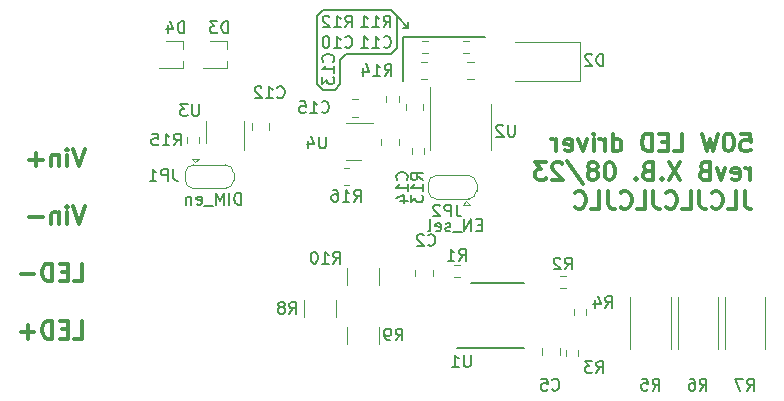
<source format=gbr>
%TF.GenerationSoftware,KiCad,Pcbnew,7.0.1-3b83917a11~172~ubuntu22.10.1*%
%TF.CreationDate,2023-09-25T18:41:39+02:00*%
%TF.ProjectId,led_boost_MIC3230,6c65645f-626f-46f7-9374-5f4d49433332,rev?*%
%TF.SameCoordinates,Original*%
%TF.FileFunction,Legend,Bot*%
%TF.FilePolarity,Positive*%
%FSLAX46Y46*%
G04 Gerber Fmt 4.6, Leading zero omitted, Abs format (unit mm)*
G04 Created by KiCad (PCBNEW 7.0.1-3b83917a11~172~ubuntu22.10.1) date 2023-09-25 18:41:39*
%MOMM*%
%LPD*%
G01*
G04 APERTURE LIST*
%ADD10C,0.150000*%
%ADD11C,0.300000*%
%ADD12C,0.350000*%
%ADD13C,0.120000*%
G04 APERTURE END LIST*
D10*
X80250000Y-55000000D02*
X79750000Y-55000000D01*
X80250000Y-55000000D02*
X80250000Y-54500000D01*
X78750000Y-53500000D02*
X79250000Y-54000000D01*
X78750000Y-57250000D02*
X75000000Y-57250000D01*
X74500000Y-59500000D02*
X74500000Y-59750000D01*
X79250000Y-54000000D02*
X79250000Y-56750000D01*
X74000000Y-60250000D02*
X73000000Y-60250000D01*
X74500000Y-59750000D02*
X74000000Y-60250000D01*
X74500000Y-57750000D02*
X74500000Y-59500000D01*
X73000000Y-53500000D02*
X78750000Y-53500000D01*
X72500000Y-54000000D02*
X73000000Y-53500000D01*
X79750000Y-55750000D02*
X79750000Y-59500000D01*
X72500000Y-59750000D02*
X72500000Y-54000000D01*
X75000000Y-57250000D02*
X74500000Y-57750000D01*
X86750000Y-55750000D02*
X79750000Y-55750000D01*
X79250000Y-56750000D02*
X78750000Y-57250000D01*
X73000000Y-60250000D02*
X72500000Y-59750000D01*
X79250000Y-54000000D02*
X80250000Y-55000000D01*
D11*
X108428571Y-63956428D02*
X109142857Y-63956428D01*
X109142857Y-63956428D02*
X109214285Y-64670714D01*
X109214285Y-64670714D02*
X109142857Y-64599285D01*
X109142857Y-64599285D02*
X109000000Y-64527857D01*
X109000000Y-64527857D02*
X108642857Y-64527857D01*
X108642857Y-64527857D02*
X108500000Y-64599285D01*
X108500000Y-64599285D02*
X108428571Y-64670714D01*
X108428571Y-64670714D02*
X108357142Y-64813571D01*
X108357142Y-64813571D02*
X108357142Y-65170714D01*
X108357142Y-65170714D02*
X108428571Y-65313571D01*
X108428571Y-65313571D02*
X108500000Y-65385000D01*
X108500000Y-65385000D02*
X108642857Y-65456428D01*
X108642857Y-65456428D02*
X109000000Y-65456428D01*
X109000000Y-65456428D02*
X109142857Y-65385000D01*
X109142857Y-65385000D02*
X109214285Y-65313571D01*
X107428571Y-63956428D02*
X107285714Y-63956428D01*
X107285714Y-63956428D02*
X107142857Y-64027857D01*
X107142857Y-64027857D02*
X107071429Y-64099285D01*
X107071429Y-64099285D02*
X107000000Y-64242142D01*
X107000000Y-64242142D02*
X106928571Y-64527857D01*
X106928571Y-64527857D02*
X106928571Y-64885000D01*
X106928571Y-64885000D02*
X107000000Y-65170714D01*
X107000000Y-65170714D02*
X107071429Y-65313571D01*
X107071429Y-65313571D02*
X107142857Y-65385000D01*
X107142857Y-65385000D02*
X107285714Y-65456428D01*
X107285714Y-65456428D02*
X107428571Y-65456428D01*
X107428571Y-65456428D02*
X107571429Y-65385000D01*
X107571429Y-65385000D02*
X107642857Y-65313571D01*
X107642857Y-65313571D02*
X107714286Y-65170714D01*
X107714286Y-65170714D02*
X107785714Y-64885000D01*
X107785714Y-64885000D02*
X107785714Y-64527857D01*
X107785714Y-64527857D02*
X107714286Y-64242142D01*
X107714286Y-64242142D02*
X107642857Y-64099285D01*
X107642857Y-64099285D02*
X107571429Y-64027857D01*
X107571429Y-64027857D02*
X107428571Y-63956428D01*
X106428572Y-63956428D02*
X106071429Y-65456428D01*
X106071429Y-65456428D02*
X105785715Y-64385000D01*
X105785715Y-64385000D02*
X105500000Y-65456428D01*
X105500000Y-65456428D02*
X105142858Y-63956428D01*
X102714286Y-65456428D02*
X103428572Y-65456428D01*
X103428572Y-65456428D02*
X103428572Y-63956428D01*
X102214286Y-64670714D02*
X101714286Y-64670714D01*
X101500000Y-65456428D02*
X102214286Y-65456428D01*
X102214286Y-65456428D02*
X102214286Y-63956428D01*
X102214286Y-63956428D02*
X101500000Y-63956428D01*
X100857143Y-65456428D02*
X100857143Y-63956428D01*
X100857143Y-63956428D02*
X100500000Y-63956428D01*
X100500000Y-63956428D02*
X100285714Y-64027857D01*
X100285714Y-64027857D02*
X100142857Y-64170714D01*
X100142857Y-64170714D02*
X100071428Y-64313571D01*
X100071428Y-64313571D02*
X100000000Y-64599285D01*
X100000000Y-64599285D02*
X100000000Y-64813571D01*
X100000000Y-64813571D02*
X100071428Y-65099285D01*
X100071428Y-65099285D02*
X100142857Y-65242142D01*
X100142857Y-65242142D02*
X100285714Y-65385000D01*
X100285714Y-65385000D02*
X100500000Y-65456428D01*
X100500000Y-65456428D02*
X100857143Y-65456428D01*
X97571429Y-65456428D02*
X97571429Y-63956428D01*
X97571429Y-65385000D02*
X97714286Y-65456428D01*
X97714286Y-65456428D02*
X98000000Y-65456428D01*
X98000000Y-65456428D02*
X98142857Y-65385000D01*
X98142857Y-65385000D02*
X98214286Y-65313571D01*
X98214286Y-65313571D02*
X98285714Y-65170714D01*
X98285714Y-65170714D02*
X98285714Y-64742142D01*
X98285714Y-64742142D02*
X98214286Y-64599285D01*
X98214286Y-64599285D02*
X98142857Y-64527857D01*
X98142857Y-64527857D02*
X98000000Y-64456428D01*
X98000000Y-64456428D02*
X97714286Y-64456428D01*
X97714286Y-64456428D02*
X97571429Y-64527857D01*
X96857143Y-65456428D02*
X96857143Y-64456428D01*
X96857143Y-64742142D02*
X96785714Y-64599285D01*
X96785714Y-64599285D02*
X96714286Y-64527857D01*
X96714286Y-64527857D02*
X96571428Y-64456428D01*
X96571428Y-64456428D02*
X96428571Y-64456428D01*
X95928572Y-65456428D02*
X95928572Y-64456428D01*
X95928572Y-63956428D02*
X96000000Y-64027857D01*
X96000000Y-64027857D02*
X95928572Y-64099285D01*
X95928572Y-64099285D02*
X95857143Y-64027857D01*
X95857143Y-64027857D02*
X95928572Y-63956428D01*
X95928572Y-63956428D02*
X95928572Y-64099285D01*
X95357143Y-64456428D02*
X95000000Y-65456428D01*
X95000000Y-65456428D02*
X94642857Y-64456428D01*
X93500000Y-65385000D02*
X93642857Y-65456428D01*
X93642857Y-65456428D02*
X93928572Y-65456428D01*
X93928572Y-65456428D02*
X94071429Y-65385000D01*
X94071429Y-65385000D02*
X94142857Y-65242142D01*
X94142857Y-65242142D02*
X94142857Y-64670714D01*
X94142857Y-64670714D02*
X94071429Y-64527857D01*
X94071429Y-64527857D02*
X93928572Y-64456428D01*
X93928572Y-64456428D02*
X93642857Y-64456428D01*
X93642857Y-64456428D02*
X93500000Y-64527857D01*
X93500000Y-64527857D02*
X93428572Y-64670714D01*
X93428572Y-64670714D02*
X93428572Y-64813571D01*
X93428572Y-64813571D02*
X94142857Y-64956428D01*
X92785715Y-65456428D02*
X92785715Y-64456428D01*
X92785715Y-64742142D02*
X92714286Y-64599285D01*
X92714286Y-64599285D02*
X92642858Y-64527857D01*
X92642858Y-64527857D02*
X92500000Y-64456428D01*
X92500000Y-64456428D02*
X92357143Y-64456428D01*
X109142857Y-67886428D02*
X109142857Y-66886428D01*
X109142857Y-67172142D02*
X109071428Y-67029285D01*
X109071428Y-67029285D02*
X109000000Y-66957857D01*
X109000000Y-66957857D02*
X108857142Y-66886428D01*
X108857142Y-66886428D02*
X108714285Y-66886428D01*
X107642857Y-67815000D02*
X107785714Y-67886428D01*
X107785714Y-67886428D02*
X108071429Y-67886428D01*
X108071429Y-67886428D02*
X108214286Y-67815000D01*
X108214286Y-67815000D02*
X108285714Y-67672142D01*
X108285714Y-67672142D02*
X108285714Y-67100714D01*
X108285714Y-67100714D02*
X108214286Y-66957857D01*
X108214286Y-66957857D02*
X108071429Y-66886428D01*
X108071429Y-66886428D02*
X107785714Y-66886428D01*
X107785714Y-66886428D02*
X107642857Y-66957857D01*
X107642857Y-66957857D02*
X107571429Y-67100714D01*
X107571429Y-67100714D02*
X107571429Y-67243571D01*
X107571429Y-67243571D02*
X108285714Y-67386428D01*
X107071429Y-66886428D02*
X106714286Y-67886428D01*
X106714286Y-67886428D02*
X106357143Y-66886428D01*
X105285715Y-67100714D02*
X105071429Y-67172142D01*
X105071429Y-67172142D02*
X105000000Y-67243571D01*
X105000000Y-67243571D02*
X104928572Y-67386428D01*
X104928572Y-67386428D02*
X104928572Y-67600714D01*
X104928572Y-67600714D02*
X105000000Y-67743571D01*
X105000000Y-67743571D02*
X105071429Y-67815000D01*
X105071429Y-67815000D02*
X105214286Y-67886428D01*
X105214286Y-67886428D02*
X105785715Y-67886428D01*
X105785715Y-67886428D02*
X105785715Y-66386428D01*
X105785715Y-66386428D02*
X105285715Y-66386428D01*
X105285715Y-66386428D02*
X105142858Y-66457857D01*
X105142858Y-66457857D02*
X105071429Y-66529285D01*
X105071429Y-66529285D02*
X105000000Y-66672142D01*
X105000000Y-66672142D02*
X105000000Y-66815000D01*
X105000000Y-66815000D02*
X105071429Y-66957857D01*
X105071429Y-66957857D02*
X105142858Y-67029285D01*
X105142858Y-67029285D02*
X105285715Y-67100714D01*
X105285715Y-67100714D02*
X105785715Y-67100714D01*
X103285715Y-66386428D02*
X102285715Y-67886428D01*
X102285715Y-66386428D02*
X103285715Y-67886428D01*
X101714287Y-67743571D02*
X101642858Y-67815000D01*
X101642858Y-67815000D02*
X101714287Y-67886428D01*
X101714287Y-67886428D02*
X101785715Y-67815000D01*
X101785715Y-67815000D02*
X101714287Y-67743571D01*
X101714287Y-67743571D02*
X101714287Y-67886428D01*
X100500001Y-67100714D02*
X100285715Y-67172142D01*
X100285715Y-67172142D02*
X100214286Y-67243571D01*
X100214286Y-67243571D02*
X100142858Y-67386428D01*
X100142858Y-67386428D02*
X100142858Y-67600714D01*
X100142858Y-67600714D02*
X100214286Y-67743571D01*
X100214286Y-67743571D02*
X100285715Y-67815000D01*
X100285715Y-67815000D02*
X100428572Y-67886428D01*
X100428572Y-67886428D02*
X101000001Y-67886428D01*
X101000001Y-67886428D02*
X101000001Y-66386428D01*
X101000001Y-66386428D02*
X100500001Y-66386428D01*
X100500001Y-66386428D02*
X100357144Y-66457857D01*
X100357144Y-66457857D02*
X100285715Y-66529285D01*
X100285715Y-66529285D02*
X100214286Y-66672142D01*
X100214286Y-66672142D02*
X100214286Y-66815000D01*
X100214286Y-66815000D02*
X100285715Y-66957857D01*
X100285715Y-66957857D02*
X100357144Y-67029285D01*
X100357144Y-67029285D02*
X100500001Y-67100714D01*
X100500001Y-67100714D02*
X101000001Y-67100714D01*
X99500001Y-67743571D02*
X99428572Y-67815000D01*
X99428572Y-67815000D02*
X99500001Y-67886428D01*
X99500001Y-67886428D02*
X99571429Y-67815000D01*
X99571429Y-67815000D02*
X99500001Y-67743571D01*
X99500001Y-67743571D02*
X99500001Y-67886428D01*
X97357143Y-66386428D02*
X97214286Y-66386428D01*
X97214286Y-66386428D02*
X97071429Y-66457857D01*
X97071429Y-66457857D02*
X97000001Y-66529285D01*
X97000001Y-66529285D02*
X96928572Y-66672142D01*
X96928572Y-66672142D02*
X96857143Y-66957857D01*
X96857143Y-66957857D02*
X96857143Y-67315000D01*
X96857143Y-67315000D02*
X96928572Y-67600714D01*
X96928572Y-67600714D02*
X97000001Y-67743571D01*
X97000001Y-67743571D02*
X97071429Y-67815000D01*
X97071429Y-67815000D02*
X97214286Y-67886428D01*
X97214286Y-67886428D02*
X97357143Y-67886428D01*
X97357143Y-67886428D02*
X97500001Y-67815000D01*
X97500001Y-67815000D02*
X97571429Y-67743571D01*
X97571429Y-67743571D02*
X97642858Y-67600714D01*
X97642858Y-67600714D02*
X97714286Y-67315000D01*
X97714286Y-67315000D02*
X97714286Y-66957857D01*
X97714286Y-66957857D02*
X97642858Y-66672142D01*
X97642858Y-66672142D02*
X97571429Y-66529285D01*
X97571429Y-66529285D02*
X97500001Y-66457857D01*
X97500001Y-66457857D02*
X97357143Y-66386428D01*
X96000001Y-67029285D02*
X96142858Y-66957857D01*
X96142858Y-66957857D02*
X96214287Y-66886428D01*
X96214287Y-66886428D02*
X96285715Y-66743571D01*
X96285715Y-66743571D02*
X96285715Y-66672142D01*
X96285715Y-66672142D02*
X96214287Y-66529285D01*
X96214287Y-66529285D02*
X96142858Y-66457857D01*
X96142858Y-66457857D02*
X96000001Y-66386428D01*
X96000001Y-66386428D02*
X95714287Y-66386428D01*
X95714287Y-66386428D02*
X95571430Y-66457857D01*
X95571430Y-66457857D02*
X95500001Y-66529285D01*
X95500001Y-66529285D02*
X95428572Y-66672142D01*
X95428572Y-66672142D02*
X95428572Y-66743571D01*
X95428572Y-66743571D02*
X95500001Y-66886428D01*
X95500001Y-66886428D02*
X95571430Y-66957857D01*
X95571430Y-66957857D02*
X95714287Y-67029285D01*
X95714287Y-67029285D02*
X96000001Y-67029285D01*
X96000001Y-67029285D02*
X96142858Y-67100714D01*
X96142858Y-67100714D02*
X96214287Y-67172142D01*
X96214287Y-67172142D02*
X96285715Y-67315000D01*
X96285715Y-67315000D02*
X96285715Y-67600714D01*
X96285715Y-67600714D02*
X96214287Y-67743571D01*
X96214287Y-67743571D02*
X96142858Y-67815000D01*
X96142858Y-67815000D02*
X96000001Y-67886428D01*
X96000001Y-67886428D02*
X95714287Y-67886428D01*
X95714287Y-67886428D02*
X95571430Y-67815000D01*
X95571430Y-67815000D02*
X95500001Y-67743571D01*
X95500001Y-67743571D02*
X95428572Y-67600714D01*
X95428572Y-67600714D02*
X95428572Y-67315000D01*
X95428572Y-67315000D02*
X95500001Y-67172142D01*
X95500001Y-67172142D02*
X95571430Y-67100714D01*
X95571430Y-67100714D02*
X95714287Y-67029285D01*
X93714287Y-66315000D02*
X95000001Y-68243571D01*
X93285715Y-66529285D02*
X93214287Y-66457857D01*
X93214287Y-66457857D02*
X93071430Y-66386428D01*
X93071430Y-66386428D02*
X92714287Y-66386428D01*
X92714287Y-66386428D02*
X92571430Y-66457857D01*
X92571430Y-66457857D02*
X92500001Y-66529285D01*
X92500001Y-66529285D02*
X92428572Y-66672142D01*
X92428572Y-66672142D02*
X92428572Y-66815000D01*
X92428572Y-66815000D02*
X92500001Y-67029285D01*
X92500001Y-67029285D02*
X93357144Y-67886428D01*
X93357144Y-67886428D02*
X92428572Y-67886428D01*
X91928573Y-66386428D02*
X91000001Y-66386428D01*
X91000001Y-66386428D02*
X91500001Y-66957857D01*
X91500001Y-66957857D02*
X91285716Y-66957857D01*
X91285716Y-66957857D02*
X91142859Y-67029285D01*
X91142859Y-67029285D02*
X91071430Y-67100714D01*
X91071430Y-67100714D02*
X91000001Y-67243571D01*
X91000001Y-67243571D02*
X91000001Y-67600714D01*
X91000001Y-67600714D02*
X91071430Y-67743571D01*
X91071430Y-67743571D02*
X91142859Y-67815000D01*
X91142859Y-67815000D02*
X91285716Y-67886428D01*
X91285716Y-67886428D02*
X91714287Y-67886428D01*
X91714287Y-67886428D02*
X91857144Y-67815000D01*
X91857144Y-67815000D02*
X91928573Y-67743571D01*
X108714285Y-68816428D02*
X108714285Y-69887857D01*
X108714285Y-69887857D02*
X108785714Y-70102142D01*
X108785714Y-70102142D02*
X108928571Y-70245000D01*
X108928571Y-70245000D02*
X109142857Y-70316428D01*
X109142857Y-70316428D02*
X109285714Y-70316428D01*
X107285714Y-70316428D02*
X108000000Y-70316428D01*
X108000000Y-70316428D02*
X108000000Y-68816428D01*
X105928571Y-70173571D02*
X105999999Y-70245000D01*
X105999999Y-70245000D02*
X106214285Y-70316428D01*
X106214285Y-70316428D02*
X106357142Y-70316428D01*
X106357142Y-70316428D02*
X106571428Y-70245000D01*
X106571428Y-70245000D02*
X106714285Y-70102142D01*
X106714285Y-70102142D02*
X106785714Y-69959285D01*
X106785714Y-69959285D02*
X106857142Y-69673571D01*
X106857142Y-69673571D02*
X106857142Y-69459285D01*
X106857142Y-69459285D02*
X106785714Y-69173571D01*
X106785714Y-69173571D02*
X106714285Y-69030714D01*
X106714285Y-69030714D02*
X106571428Y-68887857D01*
X106571428Y-68887857D02*
X106357142Y-68816428D01*
X106357142Y-68816428D02*
X106214285Y-68816428D01*
X106214285Y-68816428D02*
X105999999Y-68887857D01*
X105999999Y-68887857D02*
X105928571Y-68959285D01*
X104857142Y-68816428D02*
X104857142Y-69887857D01*
X104857142Y-69887857D02*
X104928571Y-70102142D01*
X104928571Y-70102142D02*
X105071428Y-70245000D01*
X105071428Y-70245000D02*
X105285714Y-70316428D01*
X105285714Y-70316428D02*
X105428571Y-70316428D01*
X103428571Y-70316428D02*
X104142857Y-70316428D01*
X104142857Y-70316428D02*
X104142857Y-68816428D01*
X102071428Y-70173571D02*
X102142856Y-70245000D01*
X102142856Y-70245000D02*
X102357142Y-70316428D01*
X102357142Y-70316428D02*
X102499999Y-70316428D01*
X102499999Y-70316428D02*
X102714285Y-70245000D01*
X102714285Y-70245000D02*
X102857142Y-70102142D01*
X102857142Y-70102142D02*
X102928571Y-69959285D01*
X102928571Y-69959285D02*
X102999999Y-69673571D01*
X102999999Y-69673571D02*
X102999999Y-69459285D01*
X102999999Y-69459285D02*
X102928571Y-69173571D01*
X102928571Y-69173571D02*
X102857142Y-69030714D01*
X102857142Y-69030714D02*
X102714285Y-68887857D01*
X102714285Y-68887857D02*
X102499999Y-68816428D01*
X102499999Y-68816428D02*
X102357142Y-68816428D01*
X102357142Y-68816428D02*
X102142856Y-68887857D01*
X102142856Y-68887857D02*
X102071428Y-68959285D01*
X100999999Y-68816428D02*
X100999999Y-69887857D01*
X100999999Y-69887857D02*
X101071428Y-70102142D01*
X101071428Y-70102142D02*
X101214285Y-70245000D01*
X101214285Y-70245000D02*
X101428571Y-70316428D01*
X101428571Y-70316428D02*
X101571428Y-70316428D01*
X99571428Y-70316428D02*
X100285714Y-70316428D01*
X100285714Y-70316428D02*
X100285714Y-68816428D01*
X98214285Y-70173571D02*
X98285713Y-70245000D01*
X98285713Y-70245000D02*
X98499999Y-70316428D01*
X98499999Y-70316428D02*
X98642856Y-70316428D01*
X98642856Y-70316428D02*
X98857142Y-70245000D01*
X98857142Y-70245000D02*
X98999999Y-70102142D01*
X98999999Y-70102142D02*
X99071428Y-69959285D01*
X99071428Y-69959285D02*
X99142856Y-69673571D01*
X99142856Y-69673571D02*
X99142856Y-69459285D01*
X99142856Y-69459285D02*
X99071428Y-69173571D01*
X99071428Y-69173571D02*
X98999999Y-69030714D01*
X98999999Y-69030714D02*
X98857142Y-68887857D01*
X98857142Y-68887857D02*
X98642856Y-68816428D01*
X98642856Y-68816428D02*
X98499999Y-68816428D01*
X98499999Y-68816428D02*
X98285713Y-68887857D01*
X98285713Y-68887857D02*
X98214285Y-68959285D01*
X97142856Y-68816428D02*
X97142856Y-69887857D01*
X97142856Y-69887857D02*
X97214285Y-70102142D01*
X97214285Y-70102142D02*
X97357142Y-70245000D01*
X97357142Y-70245000D02*
X97571428Y-70316428D01*
X97571428Y-70316428D02*
X97714285Y-70316428D01*
X95714285Y-70316428D02*
X96428571Y-70316428D01*
X96428571Y-70316428D02*
X96428571Y-68816428D01*
X94357142Y-70173571D02*
X94428570Y-70245000D01*
X94428570Y-70245000D02*
X94642856Y-70316428D01*
X94642856Y-70316428D02*
X94785713Y-70316428D01*
X94785713Y-70316428D02*
X94999999Y-70245000D01*
X94999999Y-70245000D02*
X95142856Y-70102142D01*
X95142856Y-70102142D02*
X95214285Y-69959285D01*
X95214285Y-69959285D02*
X95285713Y-69673571D01*
X95285713Y-69673571D02*
X95285713Y-69459285D01*
X95285713Y-69459285D02*
X95214285Y-69173571D01*
X95214285Y-69173571D02*
X95142856Y-69030714D01*
X95142856Y-69030714D02*
X94999999Y-68887857D01*
X94999999Y-68887857D02*
X94785713Y-68816428D01*
X94785713Y-68816428D02*
X94642856Y-68816428D01*
X94642856Y-68816428D02*
X94428570Y-68887857D01*
X94428570Y-68887857D02*
X94357142Y-68959285D01*
D12*
X52857142Y-65236428D02*
X52357142Y-66736428D01*
X52357142Y-66736428D02*
X51857142Y-65236428D01*
X51357143Y-66736428D02*
X51357143Y-65736428D01*
X51357143Y-65236428D02*
X51428571Y-65307857D01*
X51428571Y-65307857D02*
X51357143Y-65379285D01*
X51357143Y-65379285D02*
X51285714Y-65307857D01*
X51285714Y-65307857D02*
X51357143Y-65236428D01*
X51357143Y-65236428D02*
X51357143Y-65379285D01*
X50642857Y-65736428D02*
X50642857Y-66736428D01*
X50642857Y-65879285D02*
X50571428Y-65807857D01*
X50571428Y-65807857D02*
X50428571Y-65736428D01*
X50428571Y-65736428D02*
X50214285Y-65736428D01*
X50214285Y-65736428D02*
X50071428Y-65807857D01*
X50071428Y-65807857D02*
X50000000Y-65950714D01*
X50000000Y-65950714D02*
X50000000Y-66736428D01*
X49285714Y-66165000D02*
X48142857Y-66165000D01*
X48714285Y-66736428D02*
X48714285Y-65593571D01*
X52857142Y-70096428D02*
X52357142Y-71596428D01*
X52357142Y-71596428D02*
X51857142Y-70096428D01*
X51357143Y-71596428D02*
X51357143Y-70596428D01*
X51357143Y-70096428D02*
X51428571Y-70167857D01*
X51428571Y-70167857D02*
X51357143Y-70239285D01*
X51357143Y-70239285D02*
X51285714Y-70167857D01*
X51285714Y-70167857D02*
X51357143Y-70096428D01*
X51357143Y-70096428D02*
X51357143Y-70239285D01*
X50642857Y-70596428D02*
X50642857Y-71596428D01*
X50642857Y-70739285D02*
X50571428Y-70667857D01*
X50571428Y-70667857D02*
X50428571Y-70596428D01*
X50428571Y-70596428D02*
X50214285Y-70596428D01*
X50214285Y-70596428D02*
X50071428Y-70667857D01*
X50071428Y-70667857D02*
X50000000Y-70810714D01*
X50000000Y-70810714D02*
X50000000Y-71596428D01*
X49285714Y-71025000D02*
X48142857Y-71025000D01*
X51928571Y-76456428D02*
X52642857Y-76456428D01*
X52642857Y-76456428D02*
X52642857Y-74956428D01*
X51428571Y-75670714D02*
X50928571Y-75670714D01*
X50714285Y-76456428D02*
X51428571Y-76456428D01*
X51428571Y-76456428D02*
X51428571Y-74956428D01*
X51428571Y-74956428D02*
X50714285Y-74956428D01*
X50071428Y-76456428D02*
X50071428Y-74956428D01*
X50071428Y-74956428D02*
X49714285Y-74956428D01*
X49714285Y-74956428D02*
X49499999Y-75027857D01*
X49499999Y-75027857D02*
X49357142Y-75170714D01*
X49357142Y-75170714D02*
X49285713Y-75313571D01*
X49285713Y-75313571D02*
X49214285Y-75599285D01*
X49214285Y-75599285D02*
X49214285Y-75813571D01*
X49214285Y-75813571D02*
X49285713Y-76099285D01*
X49285713Y-76099285D02*
X49357142Y-76242142D01*
X49357142Y-76242142D02*
X49499999Y-76385000D01*
X49499999Y-76385000D02*
X49714285Y-76456428D01*
X49714285Y-76456428D02*
X50071428Y-76456428D01*
X48571428Y-75885000D02*
X47428571Y-75885000D01*
X51928571Y-81316428D02*
X52642857Y-81316428D01*
X52642857Y-81316428D02*
X52642857Y-79816428D01*
X51428571Y-80530714D02*
X50928571Y-80530714D01*
X50714285Y-81316428D02*
X51428571Y-81316428D01*
X51428571Y-81316428D02*
X51428571Y-79816428D01*
X51428571Y-79816428D02*
X50714285Y-79816428D01*
X50071428Y-81316428D02*
X50071428Y-79816428D01*
X50071428Y-79816428D02*
X49714285Y-79816428D01*
X49714285Y-79816428D02*
X49499999Y-79887857D01*
X49499999Y-79887857D02*
X49357142Y-80030714D01*
X49357142Y-80030714D02*
X49285713Y-80173571D01*
X49285713Y-80173571D02*
X49214285Y-80459285D01*
X49214285Y-80459285D02*
X49214285Y-80673571D01*
X49214285Y-80673571D02*
X49285713Y-80959285D01*
X49285713Y-80959285D02*
X49357142Y-81102142D01*
X49357142Y-81102142D02*
X49499999Y-81245000D01*
X49499999Y-81245000D02*
X49714285Y-81316428D01*
X49714285Y-81316428D02*
X50071428Y-81316428D01*
X48571428Y-80745000D02*
X47428571Y-80745000D01*
X47999999Y-81316428D02*
X47999999Y-80173571D01*
D10*
%TO.C,R6*%
X104916666Y-85712619D02*
X105249999Y-85236428D01*
X105488094Y-85712619D02*
X105488094Y-84712619D01*
X105488094Y-84712619D02*
X105107142Y-84712619D01*
X105107142Y-84712619D02*
X105011904Y-84760238D01*
X105011904Y-84760238D02*
X104964285Y-84807857D01*
X104964285Y-84807857D02*
X104916666Y-84903095D01*
X104916666Y-84903095D02*
X104916666Y-85045952D01*
X104916666Y-85045952D02*
X104964285Y-85141190D01*
X104964285Y-85141190D02*
X105011904Y-85188809D01*
X105011904Y-85188809D02*
X105107142Y-85236428D01*
X105107142Y-85236428D02*
X105488094Y-85236428D01*
X104059523Y-84712619D02*
X104249999Y-84712619D01*
X104249999Y-84712619D02*
X104345237Y-84760238D01*
X104345237Y-84760238D02*
X104392856Y-84807857D01*
X104392856Y-84807857D02*
X104488094Y-84950714D01*
X104488094Y-84950714D02*
X104535713Y-85141190D01*
X104535713Y-85141190D02*
X104535713Y-85522142D01*
X104535713Y-85522142D02*
X104488094Y-85617380D01*
X104488094Y-85617380D02*
X104440475Y-85665000D01*
X104440475Y-85665000D02*
X104345237Y-85712619D01*
X104345237Y-85712619D02*
X104154761Y-85712619D01*
X104154761Y-85712619D02*
X104059523Y-85665000D01*
X104059523Y-85665000D02*
X104011904Y-85617380D01*
X104011904Y-85617380D02*
X103964285Y-85522142D01*
X103964285Y-85522142D02*
X103964285Y-85284047D01*
X103964285Y-85284047D02*
X104011904Y-85188809D01*
X104011904Y-85188809D02*
X104059523Y-85141190D01*
X104059523Y-85141190D02*
X104154761Y-85093571D01*
X104154761Y-85093571D02*
X104345237Y-85093571D01*
X104345237Y-85093571D02*
X104440475Y-85141190D01*
X104440475Y-85141190D02*
X104488094Y-85188809D01*
X104488094Y-85188809D02*
X104535713Y-85284047D01*
%TO.C,R11*%
X78142857Y-54962619D02*
X78476190Y-54486428D01*
X78714285Y-54962619D02*
X78714285Y-53962619D01*
X78714285Y-53962619D02*
X78333333Y-53962619D01*
X78333333Y-53962619D02*
X78238095Y-54010238D01*
X78238095Y-54010238D02*
X78190476Y-54057857D01*
X78190476Y-54057857D02*
X78142857Y-54153095D01*
X78142857Y-54153095D02*
X78142857Y-54295952D01*
X78142857Y-54295952D02*
X78190476Y-54391190D01*
X78190476Y-54391190D02*
X78238095Y-54438809D01*
X78238095Y-54438809D02*
X78333333Y-54486428D01*
X78333333Y-54486428D02*
X78714285Y-54486428D01*
X77190476Y-54962619D02*
X77761904Y-54962619D01*
X77476190Y-54962619D02*
X77476190Y-53962619D01*
X77476190Y-53962619D02*
X77571428Y-54105476D01*
X77571428Y-54105476D02*
X77666666Y-54200714D01*
X77666666Y-54200714D02*
X77761904Y-54248333D01*
X76238095Y-54962619D02*
X76809523Y-54962619D01*
X76523809Y-54962619D02*
X76523809Y-53962619D01*
X76523809Y-53962619D02*
X76619047Y-54105476D01*
X76619047Y-54105476D02*
X76714285Y-54200714D01*
X76714285Y-54200714D02*
X76809523Y-54248333D01*
%TO.C,U3*%
X62511904Y-61462619D02*
X62511904Y-62272142D01*
X62511904Y-62272142D02*
X62464285Y-62367380D01*
X62464285Y-62367380D02*
X62416666Y-62415000D01*
X62416666Y-62415000D02*
X62321428Y-62462619D01*
X62321428Y-62462619D02*
X62130952Y-62462619D01*
X62130952Y-62462619D02*
X62035714Y-62415000D01*
X62035714Y-62415000D02*
X61988095Y-62367380D01*
X61988095Y-62367380D02*
X61940476Y-62272142D01*
X61940476Y-62272142D02*
X61940476Y-61462619D01*
X61559523Y-61462619D02*
X60940476Y-61462619D01*
X60940476Y-61462619D02*
X61273809Y-61843571D01*
X61273809Y-61843571D02*
X61130952Y-61843571D01*
X61130952Y-61843571D02*
X61035714Y-61891190D01*
X61035714Y-61891190D02*
X60988095Y-61938809D01*
X60988095Y-61938809D02*
X60940476Y-62034047D01*
X60940476Y-62034047D02*
X60940476Y-62272142D01*
X60940476Y-62272142D02*
X60988095Y-62367380D01*
X60988095Y-62367380D02*
X61035714Y-62415000D01*
X61035714Y-62415000D02*
X61130952Y-62462619D01*
X61130952Y-62462619D02*
X61416666Y-62462619D01*
X61416666Y-62462619D02*
X61511904Y-62415000D01*
X61511904Y-62415000D02*
X61559523Y-62367380D01*
%TO.C,R8*%
X70166666Y-79212619D02*
X70499999Y-78736428D01*
X70738094Y-79212619D02*
X70738094Y-78212619D01*
X70738094Y-78212619D02*
X70357142Y-78212619D01*
X70357142Y-78212619D02*
X70261904Y-78260238D01*
X70261904Y-78260238D02*
X70214285Y-78307857D01*
X70214285Y-78307857D02*
X70166666Y-78403095D01*
X70166666Y-78403095D02*
X70166666Y-78545952D01*
X70166666Y-78545952D02*
X70214285Y-78641190D01*
X70214285Y-78641190D02*
X70261904Y-78688809D01*
X70261904Y-78688809D02*
X70357142Y-78736428D01*
X70357142Y-78736428D02*
X70738094Y-78736428D01*
X69595237Y-78641190D02*
X69690475Y-78593571D01*
X69690475Y-78593571D02*
X69738094Y-78545952D01*
X69738094Y-78545952D02*
X69785713Y-78450714D01*
X69785713Y-78450714D02*
X69785713Y-78403095D01*
X69785713Y-78403095D02*
X69738094Y-78307857D01*
X69738094Y-78307857D02*
X69690475Y-78260238D01*
X69690475Y-78260238D02*
X69595237Y-78212619D01*
X69595237Y-78212619D02*
X69404761Y-78212619D01*
X69404761Y-78212619D02*
X69309523Y-78260238D01*
X69309523Y-78260238D02*
X69261904Y-78307857D01*
X69261904Y-78307857D02*
X69214285Y-78403095D01*
X69214285Y-78403095D02*
X69214285Y-78450714D01*
X69214285Y-78450714D02*
X69261904Y-78545952D01*
X69261904Y-78545952D02*
X69309523Y-78593571D01*
X69309523Y-78593571D02*
X69404761Y-78641190D01*
X69404761Y-78641190D02*
X69595237Y-78641190D01*
X69595237Y-78641190D02*
X69690475Y-78688809D01*
X69690475Y-78688809D02*
X69738094Y-78736428D01*
X69738094Y-78736428D02*
X69785713Y-78831666D01*
X69785713Y-78831666D02*
X69785713Y-79022142D01*
X69785713Y-79022142D02*
X69738094Y-79117380D01*
X69738094Y-79117380D02*
X69690475Y-79165000D01*
X69690475Y-79165000D02*
X69595237Y-79212619D01*
X69595237Y-79212619D02*
X69404761Y-79212619D01*
X69404761Y-79212619D02*
X69309523Y-79165000D01*
X69309523Y-79165000D02*
X69261904Y-79117380D01*
X69261904Y-79117380D02*
X69214285Y-79022142D01*
X69214285Y-79022142D02*
X69214285Y-78831666D01*
X69214285Y-78831666D02*
X69261904Y-78736428D01*
X69261904Y-78736428D02*
X69309523Y-78688809D01*
X69309523Y-78688809D02*
X69404761Y-78641190D01*
%TO.C,R15*%
X60392857Y-64962619D02*
X60726190Y-64486428D01*
X60964285Y-64962619D02*
X60964285Y-63962619D01*
X60964285Y-63962619D02*
X60583333Y-63962619D01*
X60583333Y-63962619D02*
X60488095Y-64010238D01*
X60488095Y-64010238D02*
X60440476Y-64057857D01*
X60440476Y-64057857D02*
X60392857Y-64153095D01*
X60392857Y-64153095D02*
X60392857Y-64295952D01*
X60392857Y-64295952D02*
X60440476Y-64391190D01*
X60440476Y-64391190D02*
X60488095Y-64438809D01*
X60488095Y-64438809D02*
X60583333Y-64486428D01*
X60583333Y-64486428D02*
X60964285Y-64486428D01*
X59440476Y-64962619D02*
X60011904Y-64962619D01*
X59726190Y-64962619D02*
X59726190Y-63962619D01*
X59726190Y-63962619D02*
X59821428Y-64105476D01*
X59821428Y-64105476D02*
X59916666Y-64200714D01*
X59916666Y-64200714D02*
X60011904Y-64248333D01*
X58535714Y-63962619D02*
X59011904Y-63962619D01*
X59011904Y-63962619D02*
X59059523Y-64438809D01*
X59059523Y-64438809D02*
X59011904Y-64391190D01*
X59011904Y-64391190D02*
X58916666Y-64343571D01*
X58916666Y-64343571D02*
X58678571Y-64343571D01*
X58678571Y-64343571D02*
X58583333Y-64391190D01*
X58583333Y-64391190D02*
X58535714Y-64438809D01*
X58535714Y-64438809D02*
X58488095Y-64534047D01*
X58488095Y-64534047D02*
X58488095Y-64772142D01*
X58488095Y-64772142D02*
X58535714Y-64867380D01*
X58535714Y-64867380D02*
X58583333Y-64915000D01*
X58583333Y-64915000D02*
X58678571Y-64962619D01*
X58678571Y-64962619D02*
X58916666Y-64962619D01*
X58916666Y-64962619D02*
X59011904Y-64915000D01*
X59011904Y-64915000D02*
X59059523Y-64867380D01*
%TO.C,R10*%
X73892857Y-74962619D02*
X74226190Y-74486428D01*
X74464285Y-74962619D02*
X74464285Y-73962619D01*
X74464285Y-73962619D02*
X74083333Y-73962619D01*
X74083333Y-73962619D02*
X73988095Y-74010238D01*
X73988095Y-74010238D02*
X73940476Y-74057857D01*
X73940476Y-74057857D02*
X73892857Y-74153095D01*
X73892857Y-74153095D02*
X73892857Y-74295952D01*
X73892857Y-74295952D02*
X73940476Y-74391190D01*
X73940476Y-74391190D02*
X73988095Y-74438809D01*
X73988095Y-74438809D02*
X74083333Y-74486428D01*
X74083333Y-74486428D02*
X74464285Y-74486428D01*
X72940476Y-74962619D02*
X73511904Y-74962619D01*
X73226190Y-74962619D02*
X73226190Y-73962619D01*
X73226190Y-73962619D02*
X73321428Y-74105476D01*
X73321428Y-74105476D02*
X73416666Y-74200714D01*
X73416666Y-74200714D02*
X73511904Y-74248333D01*
X72321428Y-73962619D02*
X72226190Y-73962619D01*
X72226190Y-73962619D02*
X72130952Y-74010238D01*
X72130952Y-74010238D02*
X72083333Y-74057857D01*
X72083333Y-74057857D02*
X72035714Y-74153095D01*
X72035714Y-74153095D02*
X71988095Y-74343571D01*
X71988095Y-74343571D02*
X71988095Y-74581666D01*
X71988095Y-74581666D02*
X72035714Y-74772142D01*
X72035714Y-74772142D02*
X72083333Y-74867380D01*
X72083333Y-74867380D02*
X72130952Y-74915000D01*
X72130952Y-74915000D02*
X72226190Y-74962619D01*
X72226190Y-74962619D02*
X72321428Y-74962619D01*
X72321428Y-74962619D02*
X72416666Y-74915000D01*
X72416666Y-74915000D02*
X72464285Y-74867380D01*
X72464285Y-74867380D02*
X72511904Y-74772142D01*
X72511904Y-74772142D02*
X72559523Y-74581666D01*
X72559523Y-74581666D02*
X72559523Y-74343571D01*
X72559523Y-74343571D02*
X72511904Y-74153095D01*
X72511904Y-74153095D02*
X72464285Y-74057857D01*
X72464285Y-74057857D02*
X72416666Y-74010238D01*
X72416666Y-74010238D02*
X72321428Y-73962619D01*
%TO.C,R7*%
X108916666Y-85712619D02*
X109249999Y-85236428D01*
X109488094Y-85712619D02*
X109488094Y-84712619D01*
X109488094Y-84712619D02*
X109107142Y-84712619D01*
X109107142Y-84712619D02*
X109011904Y-84760238D01*
X109011904Y-84760238D02*
X108964285Y-84807857D01*
X108964285Y-84807857D02*
X108916666Y-84903095D01*
X108916666Y-84903095D02*
X108916666Y-85045952D01*
X108916666Y-85045952D02*
X108964285Y-85141190D01*
X108964285Y-85141190D02*
X109011904Y-85188809D01*
X109011904Y-85188809D02*
X109107142Y-85236428D01*
X109107142Y-85236428D02*
X109488094Y-85236428D01*
X108583332Y-84712619D02*
X107916666Y-84712619D01*
X107916666Y-84712619D02*
X108345237Y-85712619D01*
%TO.C,D2*%
X96738094Y-58212619D02*
X96738094Y-57212619D01*
X96738094Y-57212619D02*
X96499999Y-57212619D01*
X96499999Y-57212619D02*
X96357142Y-57260238D01*
X96357142Y-57260238D02*
X96261904Y-57355476D01*
X96261904Y-57355476D02*
X96214285Y-57450714D01*
X96214285Y-57450714D02*
X96166666Y-57641190D01*
X96166666Y-57641190D02*
X96166666Y-57784047D01*
X96166666Y-57784047D02*
X96214285Y-57974523D01*
X96214285Y-57974523D02*
X96261904Y-58069761D01*
X96261904Y-58069761D02*
X96357142Y-58165000D01*
X96357142Y-58165000D02*
X96499999Y-58212619D01*
X96499999Y-58212619D02*
X96738094Y-58212619D01*
X95785713Y-57307857D02*
X95738094Y-57260238D01*
X95738094Y-57260238D02*
X95642856Y-57212619D01*
X95642856Y-57212619D02*
X95404761Y-57212619D01*
X95404761Y-57212619D02*
X95309523Y-57260238D01*
X95309523Y-57260238D02*
X95261904Y-57307857D01*
X95261904Y-57307857D02*
X95214285Y-57403095D01*
X95214285Y-57403095D02*
X95214285Y-57498333D01*
X95214285Y-57498333D02*
X95261904Y-57641190D01*
X95261904Y-57641190D02*
X95833332Y-58212619D01*
X95833332Y-58212619D02*
X95214285Y-58212619D01*
%TO.C,R13*%
X81462619Y-67857142D02*
X80986428Y-67523809D01*
X81462619Y-67285714D02*
X80462619Y-67285714D01*
X80462619Y-67285714D02*
X80462619Y-67666666D01*
X80462619Y-67666666D02*
X80510238Y-67761904D01*
X80510238Y-67761904D02*
X80557857Y-67809523D01*
X80557857Y-67809523D02*
X80653095Y-67857142D01*
X80653095Y-67857142D02*
X80795952Y-67857142D01*
X80795952Y-67857142D02*
X80891190Y-67809523D01*
X80891190Y-67809523D02*
X80938809Y-67761904D01*
X80938809Y-67761904D02*
X80986428Y-67666666D01*
X80986428Y-67666666D02*
X80986428Y-67285714D01*
X81462619Y-68809523D02*
X81462619Y-68238095D01*
X81462619Y-68523809D02*
X80462619Y-68523809D01*
X80462619Y-68523809D02*
X80605476Y-68428571D01*
X80605476Y-68428571D02*
X80700714Y-68333333D01*
X80700714Y-68333333D02*
X80748333Y-68238095D01*
X80462619Y-69142857D02*
X80462619Y-69761904D01*
X80462619Y-69761904D02*
X80843571Y-69428571D01*
X80843571Y-69428571D02*
X80843571Y-69571428D01*
X80843571Y-69571428D02*
X80891190Y-69666666D01*
X80891190Y-69666666D02*
X80938809Y-69714285D01*
X80938809Y-69714285D02*
X81034047Y-69761904D01*
X81034047Y-69761904D02*
X81272142Y-69761904D01*
X81272142Y-69761904D02*
X81367380Y-69714285D01*
X81367380Y-69714285D02*
X81415000Y-69666666D01*
X81415000Y-69666666D02*
X81462619Y-69571428D01*
X81462619Y-69571428D02*
X81462619Y-69285714D01*
X81462619Y-69285714D02*
X81415000Y-69190476D01*
X81415000Y-69190476D02*
X81367380Y-69142857D01*
%TO.C,R12*%
X74892857Y-54962619D02*
X75226190Y-54486428D01*
X75464285Y-54962619D02*
X75464285Y-53962619D01*
X75464285Y-53962619D02*
X75083333Y-53962619D01*
X75083333Y-53962619D02*
X74988095Y-54010238D01*
X74988095Y-54010238D02*
X74940476Y-54057857D01*
X74940476Y-54057857D02*
X74892857Y-54153095D01*
X74892857Y-54153095D02*
X74892857Y-54295952D01*
X74892857Y-54295952D02*
X74940476Y-54391190D01*
X74940476Y-54391190D02*
X74988095Y-54438809D01*
X74988095Y-54438809D02*
X75083333Y-54486428D01*
X75083333Y-54486428D02*
X75464285Y-54486428D01*
X73940476Y-54962619D02*
X74511904Y-54962619D01*
X74226190Y-54962619D02*
X74226190Y-53962619D01*
X74226190Y-53962619D02*
X74321428Y-54105476D01*
X74321428Y-54105476D02*
X74416666Y-54200714D01*
X74416666Y-54200714D02*
X74511904Y-54248333D01*
X73559523Y-54057857D02*
X73511904Y-54010238D01*
X73511904Y-54010238D02*
X73416666Y-53962619D01*
X73416666Y-53962619D02*
X73178571Y-53962619D01*
X73178571Y-53962619D02*
X73083333Y-54010238D01*
X73083333Y-54010238D02*
X73035714Y-54057857D01*
X73035714Y-54057857D02*
X72988095Y-54153095D01*
X72988095Y-54153095D02*
X72988095Y-54248333D01*
X72988095Y-54248333D02*
X73035714Y-54391190D01*
X73035714Y-54391190D02*
X73607142Y-54962619D01*
X73607142Y-54962619D02*
X72988095Y-54962619D01*
%TO.C,JP1*%
X60333333Y-66962619D02*
X60333333Y-67676904D01*
X60333333Y-67676904D02*
X60380952Y-67819761D01*
X60380952Y-67819761D02*
X60476190Y-67915000D01*
X60476190Y-67915000D02*
X60619047Y-67962619D01*
X60619047Y-67962619D02*
X60714285Y-67962619D01*
X59857142Y-67962619D02*
X59857142Y-66962619D01*
X59857142Y-66962619D02*
X59476190Y-66962619D01*
X59476190Y-66962619D02*
X59380952Y-67010238D01*
X59380952Y-67010238D02*
X59333333Y-67057857D01*
X59333333Y-67057857D02*
X59285714Y-67153095D01*
X59285714Y-67153095D02*
X59285714Y-67295952D01*
X59285714Y-67295952D02*
X59333333Y-67391190D01*
X59333333Y-67391190D02*
X59380952Y-67438809D01*
X59380952Y-67438809D02*
X59476190Y-67486428D01*
X59476190Y-67486428D02*
X59857142Y-67486428D01*
X58333333Y-67962619D02*
X58904761Y-67962619D01*
X58619047Y-67962619D02*
X58619047Y-66962619D01*
X58619047Y-66962619D02*
X58714285Y-67105476D01*
X58714285Y-67105476D02*
X58809523Y-67200714D01*
X58809523Y-67200714D02*
X58904761Y-67248333D01*
X66083332Y-69962619D02*
X66083332Y-68962619D01*
X66083332Y-68962619D02*
X65845237Y-68962619D01*
X65845237Y-68962619D02*
X65702380Y-69010238D01*
X65702380Y-69010238D02*
X65607142Y-69105476D01*
X65607142Y-69105476D02*
X65559523Y-69200714D01*
X65559523Y-69200714D02*
X65511904Y-69391190D01*
X65511904Y-69391190D02*
X65511904Y-69534047D01*
X65511904Y-69534047D02*
X65559523Y-69724523D01*
X65559523Y-69724523D02*
X65607142Y-69819761D01*
X65607142Y-69819761D02*
X65702380Y-69915000D01*
X65702380Y-69915000D02*
X65845237Y-69962619D01*
X65845237Y-69962619D02*
X66083332Y-69962619D01*
X65083332Y-69962619D02*
X65083332Y-68962619D01*
X64607142Y-69962619D02*
X64607142Y-68962619D01*
X64607142Y-68962619D02*
X64273809Y-69676904D01*
X64273809Y-69676904D02*
X63940476Y-68962619D01*
X63940476Y-68962619D02*
X63940476Y-69962619D01*
X63702381Y-70057857D02*
X62940476Y-70057857D01*
X62321428Y-69915000D02*
X62416666Y-69962619D01*
X62416666Y-69962619D02*
X62607142Y-69962619D01*
X62607142Y-69962619D02*
X62702380Y-69915000D01*
X62702380Y-69915000D02*
X62749999Y-69819761D01*
X62749999Y-69819761D02*
X62749999Y-69438809D01*
X62749999Y-69438809D02*
X62702380Y-69343571D01*
X62702380Y-69343571D02*
X62607142Y-69295952D01*
X62607142Y-69295952D02*
X62416666Y-69295952D01*
X62416666Y-69295952D02*
X62321428Y-69343571D01*
X62321428Y-69343571D02*
X62273809Y-69438809D01*
X62273809Y-69438809D02*
X62273809Y-69534047D01*
X62273809Y-69534047D02*
X62749999Y-69629285D01*
X61845237Y-69295952D02*
X61845237Y-69962619D01*
X61845237Y-69391190D02*
X61797618Y-69343571D01*
X61797618Y-69343571D02*
X61702380Y-69295952D01*
X61702380Y-69295952D02*
X61559523Y-69295952D01*
X61559523Y-69295952D02*
X61464285Y-69343571D01*
X61464285Y-69343571D02*
X61416666Y-69438809D01*
X61416666Y-69438809D02*
X61416666Y-69962619D01*
%TO.C,D3*%
X64988094Y-55462619D02*
X64988094Y-54462619D01*
X64988094Y-54462619D02*
X64749999Y-54462619D01*
X64749999Y-54462619D02*
X64607142Y-54510238D01*
X64607142Y-54510238D02*
X64511904Y-54605476D01*
X64511904Y-54605476D02*
X64464285Y-54700714D01*
X64464285Y-54700714D02*
X64416666Y-54891190D01*
X64416666Y-54891190D02*
X64416666Y-55034047D01*
X64416666Y-55034047D02*
X64464285Y-55224523D01*
X64464285Y-55224523D02*
X64511904Y-55319761D01*
X64511904Y-55319761D02*
X64607142Y-55415000D01*
X64607142Y-55415000D02*
X64749999Y-55462619D01*
X64749999Y-55462619D02*
X64988094Y-55462619D01*
X64083332Y-54462619D02*
X63464285Y-54462619D01*
X63464285Y-54462619D02*
X63797618Y-54843571D01*
X63797618Y-54843571D02*
X63654761Y-54843571D01*
X63654761Y-54843571D02*
X63559523Y-54891190D01*
X63559523Y-54891190D02*
X63511904Y-54938809D01*
X63511904Y-54938809D02*
X63464285Y-55034047D01*
X63464285Y-55034047D02*
X63464285Y-55272142D01*
X63464285Y-55272142D02*
X63511904Y-55367380D01*
X63511904Y-55367380D02*
X63559523Y-55415000D01*
X63559523Y-55415000D02*
X63654761Y-55462619D01*
X63654761Y-55462619D02*
X63940475Y-55462619D01*
X63940475Y-55462619D02*
X64035713Y-55415000D01*
X64035713Y-55415000D02*
X64083332Y-55367380D01*
%TO.C,JP2*%
X84333333Y-69962619D02*
X84333333Y-70676904D01*
X84333333Y-70676904D02*
X84380952Y-70819761D01*
X84380952Y-70819761D02*
X84476190Y-70915000D01*
X84476190Y-70915000D02*
X84619047Y-70962619D01*
X84619047Y-70962619D02*
X84714285Y-70962619D01*
X83857142Y-70962619D02*
X83857142Y-69962619D01*
X83857142Y-69962619D02*
X83476190Y-69962619D01*
X83476190Y-69962619D02*
X83380952Y-70010238D01*
X83380952Y-70010238D02*
X83333333Y-70057857D01*
X83333333Y-70057857D02*
X83285714Y-70153095D01*
X83285714Y-70153095D02*
X83285714Y-70295952D01*
X83285714Y-70295952D02*
X83333333Y-70391190D01*
X83333333Y-70391190D02*
X83380952Y-70438809D01*
X83380952Y-70438809D02*
X83476190Y-70486428D01*
X83476190Y-70486428D02*
X83857142Y-70486428D01*
X82904761Y-70057857D02*
X82857142Y-70010238D01*
X82857142Y-70010238D02*
X82761904Y-69962619D01*
X82761904Y-69962619D02*
X82523809Y-69962619D01*
X82523809Y-69962619D02*
X82428571Y-70010238D01*
X82428571Y-70010238D02*
X82380952Y-70057857D01*
X82380952Y-70057857D02*
X82333333Y-70153095D01*
X82333333Y-70153095D02*
X82333333Y-70248333D01*
X82333333Y-70248333D02*
X82380952Y-70391190D01*
X82380952Y-70391190D02*
X82952380Y-70962619D01*
X82952380Y-70962619D02*
X82333333Y-70962619D01*
X86464285Y-71688809D02*
X86130952Y-71688809D01*
X85988095Y-72212619D02*
X86464285Y-72212619D01*
X86464285Y-72212619D02*
X86464285Y-71212619D01*
X86464285Y-71212619D02*
X85988095Y-71212619D01*
X85559523Y-72212619D02*
X85559523Y-71212619D01*
X85559523Y-71212619D02*
X84988095Y-72212619D01*
X84988095Y-72212619D02*
X84988095Y-71212619D01*
X84750000Y-72307857D02*
X83988095Y-72307857D01*
X83797618Y-72165000D02*
X83702380Y-72212619D01*
X83702380Y-72212619D02*
X83511904Y-72212619D01*
X83511904Y-72212619D02*
X83416666Y-72165000D01*
X83416666Y-72165000D02*
X83369047Y-72069761D01*
X83369047Y-72069761D02*
X83369047Y-72022142D01*
X83369047Y-72022142D02*
X83416666Y-71926904D01*
X83416666Y-71926904D02*
X83511904Y-71879285D01*
X83511904Y-71879285D02*
X83654761Y-71879285D01*
X83654761Y-71879285D02*
X83749999Y-71831666D01*
X83749999Y-71831666D02*
X83797618Y-71736428D01*
X83797618Y-71736428D02*
X83797618Y-71688809D01*
X83797618Y-71688809D02*
X83749999Y-71593571D01*
X83749999Y-71593571D02*
X83654761Y-71545952D01*
X83654761Y-71545952D02*
X83511904Y-71545952D01*
X83511904Y-71545952D02*
X83416666Y-71593571D01*
X82559523Y-72165000D02*
X82654761Y-72212619D01*
X82654761Y-72212619D02*
X82845237Y-72212619D01*
X82845237Y-72212619D02*
X82940475Y-72165000D01*
X82940475Y-72165000D02*
X82988094Y-72069761D01*
X82988094Y-72069761D02*
X82988094Y-71688809D01*
X82988094Y-71688809D02*
X82940475Y-71593571D01*
X82940475Y-71593571D02*
X82845237Y-71545952D01*
X82845237Y-71545952D02*
X82654761Y-71545952D01*
X82654761Y-71545952D02*
X82559523Y-71593571D01*
X82559523Y-71593571D02*
X82511904Y-71688809D01*
X82511904Y-71688809D02*
X82511904Y-71784047D01*
X82511904Y-71784047D02*
X82988094Y-71879285D01*
X81940475Y-72212619D02*
X82035713Y-72165000D01*
X82035713Y-72165000D02*
X82083332Y-72069761D01*
X82083332Y-72069761D02*
X82083332Y-71212619D01*
%TO.C,D4*%
X61288094Y-55462619D02*
X61288094Y-54462619D01*
X61288094Y-54462619D02*
X61049999Y-54462619D01*
X61049999Y-54462619D02*
X60907142Y-54510238D01*
X60907142Y-54510238D02*
X60811904Y-54605476D01*
X60811904Y-54605476D02*
X60764285Y-54700714D01*
X60764285Y-54700714D02*
X60716666Y-54891190D01*
X60716666Y-54891190D02*
X60716666Y-55034047D01*
X60716666Y-55034047D02*
X60764285Y-55224523D01*
X60764285Y-55224523D02*
X60811904Y-55319761D01*
X60811904Y-55319761D02*
X60907142Y-55415000D01*
X60907142Y-55415000D02*
X61049999Y-55462619D01*
X61049999Y-55462619D02*
X61288094Y-55462619D01*
X59859523Y-54795952D02*
X59859523Y-55462619D01*
X60097618Y-54415000D02*
X60335713Y-55129285D01*
X60335713Y-55129285D02*
X59716666Y-55129285D01*
%TO.C,R3*%
X96166666Y-84212619D02*
X96499999Y-83736428D01*
X96738094Y-84212619D02*
X96738094Y-83212619D01*
X96738094Y-83212619D02*
X96357142Y-83212619D01*
X96357142Y-83212619D02*
X96261904Y-83260238D01*
X96261904Y-83260238D02*
X96214285Y-83307857D01*
X96214285Y-83307857D02*
X96166666Y-83403095D01*
X96166666Y-83403095D02*
X96166666Y-83545952D01*
X96166666Y-83545952D02*
X96214285Y-83641190D01*
X96214285Y-83641190D02*
X96261904Y-83688809D01*
X96261904Y-83688809D02*
X96357142Y-83736428D01*
X96357142Y-83736428D02*
X96738094Y-83736428D01*
X95833332Y-83212619D02*
X95214285Y-83212619D01*
X95214285Y-83212619D02*
X95547618Y-83593571D01*
X95547618Y-83593571D02*
X95404761Y-83593571D01*
X95404761Y-83593571D02*
X95309523Y-83641190D01*
X95309523Y-83641190D02*
X95261904Y-83688809D01*
X95261904Y-83688809D02*
X95214285Y-83784047D01*
X95214285Y-83784047D02*
X95214285Y-84022142D01*
X95214285Y-84022142D02*
X95261904Y-84117380D01*
X95261904Y-84117380D02*
X95309523Y-84165000D01*
X95309523Y-84165000D02*
X95404761Y-84212619D01*
X95404761Y-84212619D02*
X95690475Y-84212619D01*
X95690475Y-84212619D02*
X95785713Y-84165000D01*
X95785713Y-84165000D02*
X95833332Y-84117380D01*
%TO.C,C14*%
X80117380Y-67857142D02*
X80165000Y-67809523D01*
X80165000Y-67809523D02*
X80212619Y-67666666D01*
X80212619Y-67666666D02*
X80212619Y-67571428D01*
X80212619Y-67571428D02*
X80165000Y-67428571D01*
X80165000Y-67428571D02*
X80069761Y-67333333D01*
X80069761Y-67333333D02*
X79974523Y-67285714D01*
X79974523Y-67285714D02*
X79784047Y-67238095D01*
X79784047Y-67238095D02*
X79641190Y-67238095D01*
X79641190Y-67238095D02*
X79450714Y-67285714D01*
X79450714Y-67285714D02*
X79355476Y-67333333D01*
X79355476Y-67333333D02*
X79260238Y-67428571D01*
X79260238Y-67428571D02*
X79212619Y-67571428D01*
X79212619Y-67571428D02*
X79212619Y-67666666D01*
X79212619Y-67666666D02*
X79260238Y-67809523D01*
X79260238Y-67809523D02*
X79307857Y-67857142D01*
X80212619Y-68809523D02*
X80212619Y-68238095D01*
X80212619Y-68523809D02*
X79212619Y-68523809D01*
X79212619Y-68523809D02*
X79355476Y-68428571D01*
X79355476Y-68428571D02*
X79450714Y-68333333D01*
X79450714Y-68333333D02*
X79498333Y-68238095D01*
X79545952Y-69666666D02*
X80212619Y-69666666D01*
X79165000Y-69428571D02*
X79879285Y-69190476D01*
X79879285Y-69190476D02*
X79879285Y-69809523D01*
%TO.C,R14*%
X78242857Y-59062619D02*
X78576190Y-58586428D01*
X78814285Y-59062619D02*
X78814285Y-58062619D01*
X78814285Y-58062619D02*
X78433333Y-58062619D01*
X78433333Y-58062619D02*
X78338095Y-58110238D01*
X78338095Y-58110238D02*
X78290476Y-58157857D01*
X78290476Y-58157857D02*
X78242857Y-58253095D01*
X78242857Y-58253095D02*
X78242857Y-58395952D01*
X78242857Y-58395952D02*
X78290476Y-58491190D01*
X78290476Y-58491190D02*
X78338095Y-58538809D01*
X78338095Y-58538809D02*
X78433333Y-58586428D01*
X78433333Y-58586428D02*
X78814285Y-58586428D01*
X77290476Y-59062619D02*
X77861904Y-59062619D01*
X77576190Y-59062619D02*
X77576190Y-58062619D01*
X77576190Y-58062619D02*
X77671428Y-58205476D01*
X77671428Y-58205476D02*
X77766666Y-58300714D01*
X77766666Y-58300714D02*
X77861904Y-58348333D01*
X76433333Y-58395952D02*
X76433333Y-59062619D01*
X76671428Y-58015000D02*
X76909523Y-58729285D01*
X76909523Y-58729285D02*
X76290476Y-58729285D01*
%TO.C,R4*%
X96916666Y-78712619D02*
X97249999Y-78236428D01*
X97488094Y-78712619D02*
X97488094Y-77712619D01*
X97488094Y-77712619D02*
X97107142Y-77712619D01*
X97107142Y-77712619D02*
X97011904Y-77760238D01*
X97011904Y-77760238D02*
X96964285Y-77807857D01*
X96964285Y-77807857D02*
X96916666Y-77903095D01*
X96916666Y-77903095D02*
X96916666Y-78045952D01*
X96916666Y-78045952D02*
X96964285Y-78141190D01*
X96964285Y-78141190D02*
X97011904Y-78188809D01*
X97011904Y-78188809D02*
X97107142Y-78236428D01*
X97107142Y-78236428D02*
X97488094Y-78236428D01*
X96059523Y-78045952D02*
X96059523Y-78712619D01*
X96297618Y-77665000D02*
X96535713Y-78379285D01*
X96535713Y-78379285D02*
X95916666Y-78379285D01*
%TO.C,C12*%
X69142857Y-60867380D02*
X69190476Y-60915000D01*
X69190476Y-60915000D02*
X69333333Y-60962619D01*
X69333333Y-60962619D02*
X69428571Y-60962619D01*
X69428571Y-60962619D02*
X69571428Y-60915000D01*
X69571428Y-60915000D02*
X69666666Y-60819761D01*
X69666666Y-60819761D02*
X69714285Y-60724523D01*
X69714285Y-60724523D02*
X69761904Y-60534047D01*
X69761904Y-60534047D02*
X69761904Y-60391190D01*
X69761904Y-60391190D02*
X69714285Y-60200714D01*
X69714285Y-60200714D02*
X69666666Y-60105476D01*
X69666666Y-60105476D02*
X69571428Y-60010238D01*
X69571428Y-60010238D02*
X69428571Y-59962619D01*
X69428571Y-59962619D02*
X69333333Y-59962619D01*
X69333333Y-59962619D02*
X69190476Y-60010238D01*
X69190476Y-60010238D02*
X69142857Y-60057857D01*
X68190476Y-60962619D02*
X68761904Y-60962619D01*
X68476190Y-60962619D02*
X68476190Y-59962619D01*
X68476190Y-59962619D02*
X68571428Y-60105476D01*
X68571428Y-60105476D02*
X68666666Y-60200714D01*
X68666666Y-60200714D02*
X68761904Y-60248333D01*
X67809523Y-60057857D02*
X67761904Y-60010238D01*
X67761904Y-60010238D02*
X67666666Y-59962619D01*
X67666666Y-59962619D02*
X67428571Y-59962619D01*
X67428571Y-59962619D02*
X67333333Y-60010238D01*
X67333333Y-60010238D02*
X67285714Y-60057857D01*
X67285714Y-60057857D02*
X67238095Y-60153095D01*
X67238095Y-60153095D02*
X67238095Y-60248333D01*
X67238095Y-60248333D02*
X67285714Y-60391190D01*
X67285714Y-60391190D02*
X67857142Y-60962619D01*
X67857142Y-60962619D02*
X67238095Y-60962619D01*
%TO.C,C10*%
X74892857Y-56617380D02*
X74940476Y-56665000D01*
X74940476Y-56665000D02*
X75083333Y-56712619D01*
X75083333Y-56712619D02*
X75178571Y-56712619D01*
X75178571Y-56712619D02*
X75321428Y-56665000D01*
X75321428Y-56665000D02*
X75416666Y-56569761D01*
X75416666Y-56569761D02*
X75464285Y-56474523D01*
X75464285Y-56474523D02*
X75511904Y-56284047D01*
X75511904Y-56284047D02*
X75511904Y-56141190D01*
X75511904Y-56141190D02*
X75464285Y-55950714D01*
X75464285Y-55950714D02*
X75416666Y-55855476D01*
X75416666Y-55855476D02*
X75321428Y-55760238D01*
X75321428Y-55760238D02*
X75178571Y-55712619D01*
X75178571Y-55712619D02*
X75083333Y-55712619D01*
X75083333Y-55712619D02*
X74940476Y-55760238D01*
X74940476Y-55760238D02*
X74892857Y-55807857D01*
X73940476Y-56712619D02*
X74511904Y-56712619D01*
X74226190Y-56712619D02*
X74226190Y-55712619D01*
X74226190Y-55712619D02*
X74321428Y-55855476D01*
X74321428Y-55855476D02*
X74416666Y-55950714D01*
X74416666Y-55950714D02*
X74511904Y-55998333D01*
X73321428Y-55712619D02*
X73226190Y-55712619D01*
X73226190Y-55712619D02*
X73130952Y-55760238D01*
X73130952Y-55760238D02*
X73083333Y-55807857D01*
X73083333Y-55807857D02*
X73035714Y-55903095D01*
X73035714Y-55903095D02*
X72988095Y-56093571D01*
X72988095Y-56093571D02*
X72988095Y-56331666D01*
X72988095Y-56331666D02*
X73035714Y-56522142D01*
X73035714Y-56522142D02*
X73083333Y-56617380D01*
X73083333Y-56617380D02*
X73130952Y-56665000D01*
X73130952Y-56665000D02*
X73226190Y-56712619D01*
X73226190Y-56712619D02*
X73321428Y-56712619D01*
X73321428Y-56712619D02*
X73416666Y-56665000D01*
X73416666Y-56665000D02*
X73464285Y-56617380D01*
X73464285Y-56617380D02*
X73511904Y-56522142D01*
X73511904Y-56522142D02*
X73559523Y-56331666D01*
X73559523Y-56331666D02*
X73559523Y-56093571D01*
X73559523Y-56093571D02*
X73511904Y-55903095D01*
X73511904Y-55903095D02*
X73464285Y-55807857D01*
X73464285Y-55807857D02*
X73416666Y-55760238D01*
X73416666Y-55760238D02*
X73321428Y-55712619D01*
%TO.C,U2*%
X89261904Y-63212619D02*
X89261904Y-64022142D01*
X89261904Y-64022142D02*
X89214285Y-64117380D01*
X89214285Y-64117380D02*
X89166666Y-64165000D01*
X89166666Y-64165000D02*
X89071428Y-64212619D01*
X89071428Y-64212619D02*
X88880952Y-64212619D01*
X88880952Y-64212619D02*
X88785714Y-64165000D01*
X88785714Y-64165000D02*
X88738095Y-64117380D01*
X88738095Y-64117380D02*
X88690476Y-64022142D01*
X88690476Y-64022142D02*
X88690476Y-63212619D01*
X88261904Y-63307857D02*
X88214285Y-63260238D01*
X88214285Y-63260238D02*
X88119047Y-63212619D01*
X88119047Y-63212619D02*
X87880952Y-63212619D01*
X87880952Y-63212619D02*
X87785714Y-63260238D01*
X87785714Y-63260238D02*
X87738095Y-63307857D01*
X87738095Y-63307857D02*
X87690476Y-63403095D01*
X87690476Y-63403095D02*
X87690476Y-63498333D01*
X87690476Y-63498333D02*
X87738095Y-63641190D01*
X87738095Y-63641190D02*
X88309523Y-64212619D01*
X88309523Y-64212619D02*
X87690476Y-64212619D01*
%TO.C,U4*%
X73261904Y-64212619D02*
X73261904Y-65022142D01*
X73261904Y-65022142D02*
X73214285Y-65117380D01*
X73214285Y-65117380D02*
X73166666Y-65165000D01*
X73166666Y-65165000D02*
X73071428Y-65212619D01*
X73071428Y-65212619D02*
X72880952Y-65212619D01*
X72880952Y-65212619D02*
X72785714Y-65165000D01*
X72785714Y-65165000D02*
X72738095Y-65117380D01*
X72738095Y-65117380D02*
X72690476Y-65022142D01*
X72690476Y-65022142D02*
X72690476Y-64212619D01*
X71785714Y-64545952D02*
X71785714Y-65212619D01*
X72023809Y-64165000D02*
X72261904Y-64879285D01*
X72261904Y-64879285D02*
X71642857Y-64879285D01*
%TO.C,C15*%
X72892857Y-62117380D02*
X72940476Y-62165000D01*
X72940476Y-62165000D02*
X73083333Y-62212619D01*
X73083333Y-62212619D02*
X73178571Y-62212619D01*
X73178571Y-62212619D02*
X73321428Y-62165000D01*
X73321428Y-62165000D02*
X73416666Y-62069761D01*
X73416666Y-62069761D02*
X73464285Y-61974523D01*
X73464285Y-61974523D02*
X73511904Y-61784047D01*
X73511904Y-61784047D02*
X73511904Y-61641190D01*
X73511904Y-61641190D02*
X73464285Y-61450714D01*
X73464285Y-61450714D02*
X73416666Y-61355476D01*
X73416666Y-61355476D02*
X73321428Y-61260238D01*
X73321428Y-61260238D02*
X73178571Y-61212619D01*
X73178571Y-61212619D02*
X73083333Y-61212619D01*
X73083333Y-61212619D02*
X72940476Y-61260238D01*
X72940476Y-61260238D02*
X72892857Y-61307857D01*
X71940476Y-62212619D02*
X72511904Y-62212619D01*
X72226190Y-62212619D02*
X72226190Y-61212619D01*
X72226190Y-61212619D02*
X72321428Y-61355476D01*
X72321428Y-61355476D02*
X72416666Y-61450714D01*
X72416666Y-61450714D02*
X72511904Y-61498333D01*
X71035714Y-61212619D02*
X71511904Y-61212619D01*
X71511904Y-61212619D02*
X71559523Y-61688809D01*
X71559523Y-61688809D02*
X71511904Y-61641190D01*
X71511904Y-61641190D02*
X71416666Y-61593571D01*
X71416666Y-61593571D02*
X71178571Y-61593571D01*
X71178571Y-61593571D02*
X71083333Y-61641190D01*
X71083333Y-61641190D02*
X71035714Y-61688809D01*
X71035714Y-61688809D02*
X70988095Y-61784047D01*
X70988095Y-61784047D02*
X70988095Y-62022142D01*
X70988095Y-62022142D02*
X71035714Y-62117380D01*
X71035714Y-62117380D02*
X71083333Y-62165000D01*
X71083333Y-62165000D02*
X71178571Y-62212619D01*
X71178571Y-62212619D02*
X71416666Y-62212619D01*
X71416666Y-62212619D02*
X71511904Y-62165000D01*
X71511904Y-62165000D02*
X71559523Y-62117380D01*
%TO.C,U1*%
X85511904Y-82712619D02*
X85511904Y-83522142D01*
X85511904Y-83522142D02*
X85464285Y-83617380D01*
X85464285Y-83617380D02*
X85416666Y-83665000D01*
X85416666Y-83665000D02*
X85321428Y-83712619D01*
X85321428Y-83712619D02*
X85130952Y-83712619D01*
X85130952Y-83712619D02*
X85035714Y-83665000D01*
X85035714Y-83665000D02*
X84988095Y-83617380D01*
X84988095Y-83617380D02*
X84940476Y-83522142D01*
X84940476Y-83522142D02*
X84940476Y-82712619D01*
X83940476Y-83712619D02*
X84511904Y-83712619D01*
X84226190Y-83712619D02*
X84226190Y-82712619D01*
X84226190Y-82712619D02*
X84321428Y-82855476D01*
X84321428Y-82855476D02*
X84416666Y-82950714D01*
X84416666Y-82950714D02*
X84511904Y-82998333D01*
%TO.C,R16*%
X75642857Y-69712619D02*
X75976190Y-69236428D01*
X76214285Y-69712619D02*
X76214285Y-68712619D01*
X76214285Y-68712619D02*
X75833333Y-68712619D01*
X75833333Y-68712619D02*
X75738095Y-68760238D01*
X75738095Y-68760238D02*
X75690476Y-68807857D01*
X75690476Y-68807857D02*
X75642857Y-68903095D01*
X75642857Y-68903095D02*
X75642857Y-69045952D01*
X75642857Y-69045952D02*
X75690476Y-69141190D01*
X75690476Y-69141190D02*
X75738095Y-69188809D01*
X75738095Y-69188809D02*
X75833333Y-69236428D01*
X75833333Y-69236428D02*
X76214285Y-69236428D01*
X74690476Y-69712619D02*
X75261904Y-69712619D01*
X74976190Y-69712619D02*
X74976190Y-68712619D01*
X74976190Y-68712619D02*
X75071428Y-68855476D01*
X75071428Y-68855476D02*
X75166666Y-68950714D01*
X75166666Y-68950714D02*
X75261904Y-68998333D01*
X73833333Y-68712619D02*
X74023809Y-68712619D01*
X74023809Y-68712619D02*
X74119047Y-68760238D01*
X74119047Y-68760238D02*
X74166666Y-68807857D01*
X74166666Y-68807857D02*
X74261904Y-68950714D01*
X74261904Y-68950714D02*
X74309523Y-69141190D01*
X74309523Y-69141190D02*
X74309523Y-69522142D01*
X74309523Y-69522142D02*
X74261904Y-69617380D01*
X74261904Y-69617380D02*
X74214285Y-69665000D01*
X74214285Y-69665000D02*
X74119047Y-69712619D01*
X74119047Y-69712619D02*
X73928571Y-69712619D01*
X73928571Y-69712619D02*
X73833333Y-69665000D01*
X73833333Y-69665000D02*
X73785714Y-69617380D01*
X73785714Y-69617380D02*
X73738095Y-69522142D01*
X73738095Y-69522142D02*
X73738095Y-69284047D01*
X73738095Y-69284047D02*
X73785714Y-69188809D01*
X73785714Y-69188809D02*
X73833333Y-69141190D01*
X73833333Y-69141190D02*
X73928571Y-69093571D01*
X73928571Y-69093571D02*
X74119047Y-69093571D01*
X74119047Y-69093571D02*
X74214285Y-69141190D01*
X74214285Y-69141190D02*
X74261904Y-69188809D01*
X74261904Y-69188809D02*
X74309523Y-69284047D01*
%TO.C,R2*%
X93500951Y-75462619D02*
X93834284Y-74986428D01*
X94072379Y-75462619D02*
X94072379Y-74462619D01*
X94072379Y-74462619D02*
X93691427Y-74462619D01*
X93691427Y-74462619D02*
X93596189Y-74510238D01*
X93596189Y-74510238D02*
X93548570Y-74557857D01*
X93548570Y-74557857D02*
X93500951Y-74653095D01*
X93500951Y-74653095D02*
X93500951Y-74795952D01*
X93500951Y-74795952D02*
X93548570Y-74891190D01*
X93548570Y-74891190D02*
X93596189Y-74938809D01*
X93596189Y-74938809D02*
X93691427Y-74986428D01*
X93691427Y-74986428D02*
X94072379Y-74986428D01*
X93119998Y-74557857D02*
X93072379Y-74510238D01*
X93072379Y-74510238D02*
X92977141Y-74462619D01*
X92977141Y-74462619D02*
X92739046Y-74462619D01*
X92739046Y-74462619D02*
X92643808Y-74510238D01*
X92643808Y-74510238D02*
X92596189Y-74557857D01*
X92596189Y-74557857D02*
X92548570Y-74653095D01*
X92548570Y-74653095D02*
X92548570Y-74748333D01*
X92548570Y-74748333D02*
X92596189Y-74891190D01*
X92596189Y-74891190D02*
X93167617Y-75462619D01*
X93167617Y-75462619D02*
X92548570Y-75462619D01*
%TO.C,R5*%
X100916666Y-85712619D02*
X101249999Y-85236428D01*
X101488094Y-85712619D02*
X101488094Y-84712619D01*
X101488094Y-84712619D02*
X101107142Y-84712619D01*
X101107142Y-84712619D02*
X101011904Y-84760238D01*
X101011904Y-84760238D02*
X100964285Y-84807857D01*
X100964285Y-84807857D02*
X100916666Y-84903095D01*
X100916666Y-84903095D02*
X100916666Y-85045952D01*
X100916666Y-85045952D02*
X100964285Y-85141190D01*
X100964285Y-85141190D02*
X101011904Y-85188809D01*
X101011904Y-85188809D02*
X101107142Y-85236428D01*
X101107142Y-85236428D02*
X101488094Y-85236428D01*
X100011904Y-84712619D02*
X100488094Y-84712619D01*
X100488094Y-84712619D02*
X100535713Y-85188809D01*
X100535713Y-85188809D02*
X100488094Y-85141190D01*
X100488094Y-85141190D02*
X100392856Y-85093571D01*
X100392856Y-85093571D02*
X100154761Y-85093571D01*
X100154761Y-85093571D02*
X100059523Y-85141190D01*
X100059523Y-85141190D02*
X100011904Y-85188809D01*
X100011904Y-85188809D02*
X99964285Y-85284047D01*
X99964285Y-85284047D02*
X99964285Y-85522142D01*
X99964285Y-85522142D02*
X100011904Y-85617380D01*
X100011904Y-85617380D02*
X100059523Y-85665000D01*
X100059523Y-85665000D02*
X100154761Y-85712619D01*
X100154761Y-85712619D02*
X100392856Y-85712619D01*
X100392856Y-85712619D02*
X100488094Y-85665000D01*
X100488094Y-85665000D02*
X100535713Y-85617380D01*
%TO.C,R1*%
X84532261Y-74712619D02*
X84865594Y-74236428D01*
X85103689Y-74712619D02*
X85103689Y-73712619D01*
X85103689Y-73712619D02*
X84722737Y-73712619D01*
X84722737Y-73712619D02*
X84627499Y-73760238D01*
X84627499Y-73760238D02*
X84579880Y-73807857D01*
X84579880Y-73807857D02*
X84532261Y-73903095D01*
X84532261Y-73903095D02*
X84532261Y-74045952D01*
X84532261Y-74045952D02*
X84579880Y-74141190D01*
X84579880Y-74141190D02*
X84627499Y-74188809D01*
X84627499Y-74188809D02*
X84722737Y-74236428D01*
X84722737Y-74236428D02*
X85103689Y-74236428D01*
X83579880Y-74712619D02*
X84151308Y-74712619D01*
X83865594Y-74712619D02*
X83865594Y-73712619D01*
X83865594Y-73712619D02*
X83960832Y-73855476D01*
X83960832Y-73855476D02*
X84056070Y-73950714D01*
X84056070Y-73950714D02*
X84151308Y-73998333D01*
%TO.C,R9*%
X79166666Y-81462619D02*
X79499999Y-80986428D01*
X79738094Y-81462619D02*
X79738094Y-80462619D01*
X79738094Y-80462619D02*
X79357142Y-80462619D01*
X79357142Y-80462619D02*
X79261904Y-80510238D01*
X79261904Y-80510238D02*
X79214285Y-80557857D01*
X79214285Y-80557857D02*
X79166666Y-80653095D01*
X79166666Y-80653095D02*
X79166666Y-80795952D01*
X79166666Y-80795952D02*
X79214285Y-80891190D01*
X79214285Y-80891190D02*
X79261904Y-80938809D01*
X79261904Y-80938809D02*
X79357142Y-80986428D01*
X79357142Y-80986428D02*
X79738094Y-80986428D01*
X78690475Y-81462619D02*
X78499999Y-81462619D01*
X78499999Y-81462619D02*
X78404761Y-81415000D01*
X78404761Y-81415000D02*
X78357142Y-81367380D01*
X78357142Y-81367380D02*
X78261904Y-81224523D01*
X78261904Y-81224523D02*
X78214285Y-81034047D01*
X78214285Y-81034047D02*
X78214285Y-80653095D01*
X78214285Y-80653095D02*
X78261904Y-80557857D01*
X78261904Y-80557857D02*
X78309523Y-80510238D01*
X78309523Y-80510238D02*
X78404761Y-80462619D01*
X78404761Y-80462619D02*
X78595237Y-80462619D01*
X78595237Y-80462619D02*
X78690475Y-80510238D01*
X78690475Y-80510238D02*
X78738094Y-80557857D01*
X78738094Y-80557857D02*
X78785713Y-80653095D01*
X78785713Y-80653095D02*
X78785713Y-80891190D01*
X78785713Y-80891190D02*
X78738094Y-80986428D01*
X78738094Y-80986428D02*
X78690475Y-81034047D01*
X78690475Y-81034047D02*
X78595237Y-81081666D01*
X78595237Y-81081666D02*
X78404761Y-81081666D01*
X78404761Y-81081666D02*
X78309523Y-81034047D01*
X78309523Y-81034047D02*
X78261904Y-80986428D01*
X78261904Y-80986428D02*
X78214285Y-80891190D01*
%TO.C,C11*%
X78142857Y-56617380D02*
X78190476Y-56665000D01*
X78190476Y-56665000D02*
X78333333Y-56712619D01*
X78333333Y-56712619D02*
X78428571Y-56712619D01*
X78428571Y-56712619D02*
X78571428Y-56665000D01*
X78571428Y-56665000D02*
X78666666Y-56569761D01*
X78666666Y-56569761D02*
X78714285Y-56474523D01*
X78714285Y-56474523D02*
X78761904Y-56284047D01*
X78761904Y-56284047D02*
X78761904Y-56141190D01*
X78761904Y-56141190D02*
X78714285Y-55950714D01*
X78714285Y-55950714D02*
X78666666Y-55855476D01*
X78666666Y-55855476D02*
X78571428Y-55760238D01*
X78571428Y-55760238D02*
X78428571Y-55712619D01*
X78428571Y-55712619D02*
X78333333Y-55712619D01*
X78333333Y-55712619D02*
X78190476Y-55760238D01*
X78190476Y-55760238D02*
X78142857Y-55807857D01*
X77190476Y-56712619D02*
X77761904Y-56712619D01*
X77476190Y-56712619D02*
X77476190Y-55712619D01*
X77476190Y-55712619D02*
X77571428Y-55855476D01*
X77571428Y-55855476D02*
X77666666Y-55950714D01*
X77666666Y-55950714D02*
X77761904Y-55998333D01*
X76238095Y-56712619D02*
X76809523Y-56712619D01*
X76523809Y-56712619D02*
X76523809Y-55712619D01*
X76523809Y-55712619D02*
X76619047Y-55855476D01*
X76619047Y-55855476D02*
X76714285Y-55950714D01*
X76714285Y-55950714D02*
X76809523Y-55998333D01*
%TO.C,C13*%
X73867380Y-57857142D02*
X73915000Y-57809523D01*
X73915000Y-57809523D02*
X73962619Y-57666666D01*
X73962619Y-57666666D02*
X73962619Y-57571428D01*
X73962619Y-57571428D02*
X73915000Y-57428571D01*
X73915000Y-57428571D02*
X73819761Y-57333333D01*
X73819761Y-57333333D02*
X73724523Y-57285714D01*
X73724523Y-57285714D02*
X73534047Y-57238095D01*
X73534047Y-57238095D02*
X73391190Y-57238095D01*
X73391190Y-57238095D02*
X73200714Y-57285714D01*
X73200714Y-57285714D02*
X73105476Y-57333333D01*
X73105476Y-57333333D02*
X73010238Y-57428571D01*
X73010238Y-57428571D02*
X72962619Y-57571428D01*
X72962619Y-57571428D02*
X72962619Y-57666666D01*
X72962619Y-57666666D02*
X73010238Y-57809523D01*
X73010238Y-57809523D02*
X73057857Y-57857142D01*
X73962619Y-58809523D02*
X73962619Y-58238095D01*
X73962619Y-58523809D02*
X72962619Y-58523809D01*
X72962619Y-58523809D02*
X73105476Y-58428571D01*
X73105476Y-58428571D02*
X73200714Y-58333333D01*
X73200714Y-58333333D02*
X73248333Y-58238095D01*
X72962619Y-59142857D02*
X72962619Y-59761904D01*
X72962619Y-59761904D02*
X73343571Y-59428571D01*
X73343571Y-59428571D02*
X73343571Y-59571428D01*
X73343571Y-59571428D02*
X73391190Y-59666666D01*
X73391190Y-59666666D02*
X73438809Y-59714285D01*
X73438809Y-59714285D02*
X73534047Y-59761904D01*
X73534047Y-59761904D02*
X73772142Y-59761904D01*
X73772142Y-59761904D02*
X73867380Y-59714285D01*
X73867380Y-59714285D02*
X73915000Y-59666666D01*
X73915000Y-59666666D02*
X73962619Y-59571428D01*
X73962619Y-59571428D02*
X73962619Y-59285714D01*
X73962619Y-59285714D02*
X73915000Y-59190476D01*
X73915000Y-59190476D02*
X73867380Y-59142857D01*
%TO.C,C5*%
X92416666Y-85617380D02*
X92464285Y-85665000D01*
X92464285Y-85665000D02*
X92607142Y-85712619D01*
X92607142Y-85712619D02*
X92702380Y-85712619D01*
X92702380Y-85712619D02*
X92845237Y-85665000D01*
X92845237Y-85665000D02*
X92940475Y-85569761D01*
X92940475Y-85569761D02*
X92988094Y-85474523D01*
X92988094Y-85474523D02*
X93035713Y-85284047D01*
X93035713Y-85284047D02*
X93035713Y-85141190D01*
X93035713Y-85141190D02*
X92988094Y-84950714D01*
X92988094Y-84950714D02*
X92940475Y-84855476D01*
X92940475Y-84855476D02*
X92845237Y-84760238D01*
X92845237Y-84760238D02*
X92702380Y-84712619D01*
X92702380Y-84712619D02*
X92607142Y-84712619D01*
X92607142Y-84712619D02*
X92464285Y-84760238D01*
X92464285Y-84760238D02*
X92416666Y-84807857D01*
X91511904Y-84712619D02*
X91988094Y-84712619D01*
X91988094Y-84712619D02*
X92035713Y-85188809D01*
X92035713Y-85188809D02*
X91988094Y-85141190D01*
X91988094Y-85141190D02*
X91892856Y-85093571D01*
X91892856Y-85093571D02*
X91654761Y-85093571D01*
X91654761Y-85093571D02*
X91559523Y-85141190D01*
X91559523Y-85141190D02*
X91511904Y-85188809D01*
X91511904Y-85188809D02*
X91464285Y-85284047D01*
X91464285Y-85284047D02*
X91464285Y-85522142D01*
X91464285Y-85522142D02*
X91511904Y-85617380D01*
X91511904Y-85617380D02*
X91559523Y-85665000D01*
X91559523Y-85665000D02*
X91654761Y-85712619D01*
X91654761Y-85712619D02*
X91892856Y-85712619D01*
X91892856Y-85712619D02*
X91988094Y-85665000D01*
X91988094Y-85665000D02*
X92035713Y-85617380D01*
%TO.C,C2*%
X81916666Y-73367380D02*
X81964285Y-73415000D01*
X81964285Y-73415000D02*
X82107142Y-73462619D01*
X82107142Y-73462619D02*
X82202380Y-73462619D01*
X82202380Y-73462619D02*
X82345237Y-73415000D01*
X82345237Y-73415000D02*
X82440475Y-73319761D01*
X82440475Y-73319761D02*
X82488094Y-73224523D01*
X82488094Y-73224523D02*
X82535713Y-73034047D01*
X82535713Y-73034047D02*
X82535713Y-72891190D01*
X82535713Y-72891190D02*
X82488094Y-72700714D01*
X82488094Y-72700714D02*
X82440475Y-72605476D01*
X82440475Y-72605476D02*
X82345237Y-72510238D01*
X82345237Y-72510238D02*
X82202380Y-72462619D01*
X82202380Y-72462619D02*
X82107142Y-72462619D01*
X82107142Y-72462619D02*
X81964285Y-72510238D01*
X81964285Y-72510238D02*
X81916666Y-72557857D01*
X81535713Y-72557857D02*
X81488094Y-72510238D01*
X81488094Y-72510238D02*
X81392856Y-72462619D01*
X81392856Y-72462619D02*
X81154761Y-72462619D01*
X81154761Y-72462619D02*
X81059523Y-72510238D01*
X81059523Y-72510238D02*
X81011904Y-72557857D01*
X81011904Y-72557857D02*
X80964285Y-72653095D01*
X80964285Y-72653095D02*
X80964285Y-72748333D01*
X80964285Y-72748333D02*
X81011904Y-72891190D01*
X81011904Y-72891190D02*
X81583332Y-73462619D01*
X81583332Y-73462619D02*
X80964285Y-73462619D01*
D13*
%TO.C,R6*%
X106460000Y-77822936D02*
X106460000Y-82177064D01*
X103040000Y-77822936D02*
X103040000Y-82177064D01*
%TO.C,R11*%
X85399724Y-57160000D02*
X84890276Y-57160000D01*
X85399724Y-56115000D02*
X84890276Y-56115000D01*
%TO.C,U3*%
X63082024Y-64727500D02*
X63082024Y-62927500D01*
X66302024Y-62927500D02*
X66302024Y-65377500D01*
%TO.C,R8*%
X74155000Y-78076263D02*
X74155000Y-79523737D01*
X71445000Y-78076263D02*
X71445000Y-79523737D01*
%TO.C,R15*%
X62522500Y-64245276D02*
X62522500Y-64754724D01*
X61477500Y-64245276D02*
X61477500Y-64754724D01*
%TO.C,R10*%
X77755000Y-75338763D02*
X77755000Y-76786237D01*
X75045000Y-75338763D02*
X75045000Y-76786237D01*
%TO.C,R7*%
X110460000Y-77822936D02*
X110460000Y-82177064D01*
X107040000Y-77822936D02*
X107040000Y-82177064D01*
%TO.C,D2*%
X94742500Y-59480000D02*
X89232500Y-59480000D01*
X94742500Y-56180000D02*
X94742500Y-59480000D01*
X94742500Y-56180000D02*
X89232500Y-56180000D01*
%TO.C,R13*%
X80540000Y-65654724D02*
X80540000Y-65145276D01*
X81585000Y-65654724D02*
X81585000Y-65145276D01*
%TO.C,R12*%
X81929724Y-57122500D02*
X81420276Y-57122500D01*
X81929724Y-56077500D02*
X81420276Y-56077500D01*
%TO.C,JP1*%
X61350000Y-67300000D02*
X61350000Y-67900000D01*
X61900000Y-66100000D02*
X62500000Y-66100000D01*
X62000000Y-68600000D02*
X64800000Y-68600000D01*
X62200000Y-66400000D02*
X61900000Y-66100000D01*
X62200000Y-66400000D02*
X62500000Y-66100000D01*
X64800000Y-66600000D02*
X62000000Y-66600000D01*
X65450000Y-67900000D02*
X65450000Y-67300000D01*
X62050000Y-66600000D02*
G75*
G03*
X61350000Y-67300000I-1J-699999D01*
G01*
X61350000Y-67900000D02*
G75*
G03*
X62050000Y-68600000I699999J-1D01*
G01*
X65450000Y-67300000D02*
G75*
G03*
X64750000Y-66600000I-700000J0D01*
G01*
X64750000Y-68600000D02*
G75*
G03*
X65450000Y-67900000I0J700000D01*
G01*
%TO.C,D3*%
X63462024Y-56117500D02*
X64872024Y-56117500D01*
X64872024Y-56777500D02*
X64872024Y-56117500D01*
X64872024Y-58437500D02*
X62842024Y-58437500D01*
X64872024Y-58437500D02*
X64872024Y-57777500D01*
%TO.C,JP2*%
X86017500Y-68800000D02*
X86017500Y-68200000D01*
X85467500Y-70000000D02*
X84867500Y-70000000D01*
X85367500Y-67500000D02*
X82567500Y-67500000D01*
X85167500Y-69700000D02*
X85467500Y-70000000D01*
X85167500Y-69700000D02*
X84867500Y-70000000D01*
X82567500Y-69500000D02*
X85367500Y-69500000D01*
X81917500Y-68200000D02*
X81917500Y-68800000D01*
X85317500Y-69500000D02*
G75*
G03*
X86017500Y-68800000I1J699999D01*
G01*
X86017500Y-68200000D02*
G75*
G03*
X85317500Y-67500000I-699999J1D01*
G01*
X81917500Y-68800000D02*
G75*
G03*
X82617500Y-69500000I700000J0D01*
G01*
X82617500Y-67500000D02*
G75*
G03*
X81917500Y-68200000I0J-700000D01*
G01*
%TO.C,D4*%
X59762024Y-56117500D02*
X61172024Y-56117500D01*
X61172024Y-56777500D02*
X61172024Y-56117500D01*
X61172024Y-58437500D02*
X59142024Y-58437500D01*
X61172024Y-58437500D02*
X61172024Y-57777500D01*
%TO.C,R3*%
X94606785Y-82290216D02*
X94606785Y-82799664D01*
X93561785Y-82290216D02*
X93561785Y-82799664D01*
%TO.C,C14*%
X77965000Y-64961252D02*
X77965000Y-64438748D01*
X79435000Y-64961252D02*
X79435000Y-64438748D01*
%TO.C,R14*%
X78377500Y-61254724D02*
X78377500Y-60745276D01*
X79422500Y-61254724D02*
X79422500Y-60745276D01*
%TO.C,R4*%
X95322500Y-78790216D02*
X95322500Y-79299664D01*
X94277500Y-78790216D02*
X94277500Y-79299664D01*
%TO.C,C12*%
X68435000Y-63096248D02*
X68435000Y-63618752D01*
X66965000Y-63096248D02*
X66965000Y-63618752D01*
%TO.C,C10*%
X81811252Y-59335000D02*
X81288748Y-59335000D01*
X81811252Y-57865000D02*
X81288748Y-57865000D01*
%TO.C,U2*%
X87227500Y-63425000D02*
X87227500Y-61475000D01*
X87227500Y-63425000D02*
X87227500Y-65375000D01*
X82107500Y-63425000D02*
X82107500Y-59975000D01*
X82107500Y-63425000D02*
X82107500Y-65375000D01*
%TO.C,U4*%
X75600000Y-66160000D02*
X76250000Y-66160000D01*
X75600000Y-66160000D02*
X74950000Y-66160000D01*
X75600000Y-63040000D02*
X77275000Y-63040000D01*
X75600000Y-63040000D02*
X74950000Y-63040000D01*
%TO.C,C15*%
X75438748Y-61065000D02*
X75961252Y-61065000D01*
X75438748Y-62535000D02*
X75961252Y-62535000D01*
D10*
%TO.C,U1*%
X84390595Y-82114940D02*
X90015595Y-82114940D01*
X85515595Y-76564940D02*
X90015595Y-76564940D01*
D13*
%TO.C,R16*%
X75227064Y-68335000D02*
X74772936Y-68335000D01*
X75227064Y-66865000D02*
X74772936Y-66865000D01*
%TO.C,R2*%
X93079561Y-76022440D02*
X93589009Y-76022440D01*
X93079561Y-77067440D02*
X93589009Y-77067440D01*
%TO.C,R5*%
X102460000Y-77822936D02*
X102460000Y-82177064D01*
X99040000Y-77822936D02*
X99040000Y-82177064D01*
%TO.C,R1*%
X84110871Y-75067440D02*
X84620319Y-75067440D01*
X84110871Y-76112440D02*
X84620319Y-76112440D01*
%TO.C,R9*%
X77755000Y-80338763D02*
X77755000Y-81786237D01*
X75045000Y-80338763D02*
X75045000Y-81786237D01*
%TO.C,C11*%
X85238748Y-57865000D02*
X85761252Y-57865000D01*
X85238748Y-59335000D02*
X85761252Y-59335000D01*
%TO.C,C13*%
X80027500Y-61961252D02*
X80027500Y-61438748D01*
X81497500Y-61961252D02*
X81497500Y-61438748D01*
%TO.C,C5*%
X93069285Y-82138748D02*
X93069285Y-82661252D01*
X91599285Y-82138748D02*
X91599285Y-82661252D01*
%TO.C,C2*%
X80830595Y-76051192D02*
X80830595Y-75528688D01*
X82300595Y-76051192D02*
X82300595Y-75528688D01*
%TD*%
M02*

</source>
